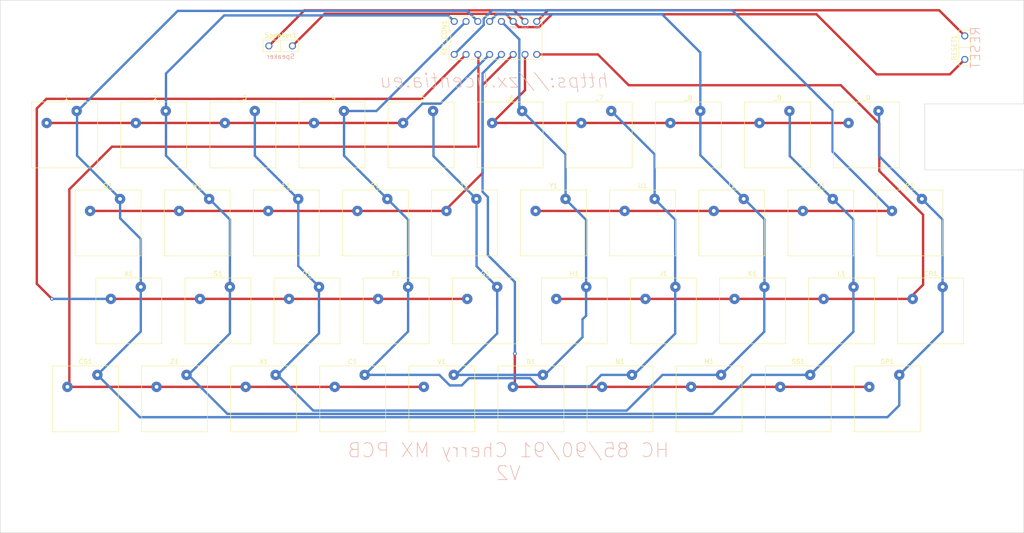
<source format=kicad_pcb>
(kicad_pcb (version 20211014) (generator pcbnew)
  (title_block (title "HC 85,90,91 Cherry MX PCB") (date "2022-04-19") (rev "2") (company "https://zx.licentia.eu") (comment 1 "40 Keys Cherrmy MX PCB"))
  (layers (0 "F.Cu" signal) (31 "B.Cu" signal) (34 "B.Paste" user "B. Paste") (35 "F.Paste" user "F. Paste") (36 "B.SilkS" user "B.Serigrafie") (37 "F.SilkS" user "F.Serigrafie") (38 "B.Mask" user) (39 "F.Mask" user) (44 "Edge.Cuts" user))
  (net 0 "")
  (net 1 "/K_1-CS_SP-0")
  (net 2 "/K_5-V_B_6")
  (net 3 "/K_4-C_N-7")
  (net 4 "/K_Y-P")
  (net 5 "/K_A-G")
  (net 6 "/K_CS-V")
  (net 7 "/K_1-5")
  (net 8 "/K_B_SP")
  (net 9 "/K_Q-T")
  (net 10 "/K_6-0")
  (net 11 "/K_H-CR")
  (net 12 "/K_2-Z_SS-9")
  (net 13 "/K_3-X_M-8")
  (net 14 "/RST")
  (net 15 "/SOUND")
  (net 16 "/GND")
  (footprint "Library:SW_Cherry_MX_0.80u_Plate" (layer "F.Cu") (at 71.377776 99.499998)
    (fp_text reference "X1" (at -2.54 -2.794) (layer "F.SilkS"))
    (fp_text value "SW_Cherry_MX_0.80u_Plate")
    (pad "" np_thru_hole circle (at -2.54 5.08) (size 4 4) (drill 4) (layers *.Cu *.Mask))
    (pad "1" thru_hole circle (at 0 0) (size 2.2 2.2) (drill 0.8) (layers *.Cu *.Mask) (net 13 "/K_3-X_M-8"))
    (pad "2" thru_hole circle (at -6.35 2.54) (size 2.2 2.2) (drill 0.8) (layers *.Cu *.Mask) (net 6 "/K_CS-V"))
  )
  (footprint "Library:SW_Cherry_MX_0.80u_Plate" (layer "F.Cu") (at 203.599992 99.499998)
    (fp_text reference "SP1" (at -2.54 -2.794) (layer "F.SilkS"))
    (fp_text value "SW_Cherry_MX_0.80u_Plate")
    (pad "" np_thru_hole circle (at -2.54 5.08) (size 4 4) (drill 4) (layers *.Cu *.Mask))
    (pad "1" thru_hole circle (at 0 0) (size 2.2 2.2) (drill 0.8) (layers *.Cu *.Mask) (net 1 "/K_1-CS_SP-0"))
    (pad "2" thru_hole circle (at -6.35 2.54) (size 2.2 2.2) (drill 0.8) (layers *.Cu *.Mask) (net 8 "/K_B_SP"))
  )
  (footprint "Library:SW_Cherry_MX_0.80u_Plate" (layer "F.Cu") (at 52.488888 99.499998)
    (fp_text reference "Z1" (at -2.54 -2.794) (layer "F.SilkS"))
    (fp_text value "SW_Cherry_MX_0.80u_Plate")
    (pad "" np_thru_hole circle (at -2.54 5.08) (size 4 4) (drill 4) (layers *.Cu *.Mask))
    (pad "1" thru_hole circle (at 0 0) (size 2.2 2.2) (drill 0.8) (layers *.Cu *.Mask) (net 12 "/K_2-Z_SS-9"))
    (pad "2" thru_hole circle (at -6.35 2.54) (size 2.2 2.2) (drill 0.8) (layers *.Cu *.Mask) (net 6 "/K_CS-V"))
  )
  (footprint "Library:SW_Cherry_MX_0.80u_Plate" (layer "F.Cu") (at 38.4 62.166666)
    (fp_text reference "Q1" (at -2.54 -2.794) (layer "F.SilkS"))
    (fp_text value "SW_Cherry_MX_0.80u_Plate")
    (pad "" np_thru_hole circle (at -2.54 5.08) (size 4 4) (drill 4) (layers *.Cu *.Mask))
    (pad "1" thru_hole circle (at 0 0) (size 2.2 2.2) (drill 0.8) (layers *.Cu *.Mask) (net 1 "/K_1-CS_SP-0"))
    (pad "2" thru_hole circle (at -6.35 2.54) (size 2.2 2.2) (drill 0.8) (layers *.Cu *.Mask) (net 9 "/K_Q-T"))
  )
  (footprint "MountingHole:MountingHole_5mm" (layer "F.Cu") (at 148.5 124.5)
    (fp_text reference "REF**" hide)
    (fp_text value "MountingHole_5mm" hide)
    (pad "" np_thru_hole circle locked (at 0 0) (size 5 5) (drill 5) (layers *.Cu *.Mask))
  )
  (footprint "Library:SW_Cherry_MX_0.80u_Plate" (layer "F.Cu") (at 208.399992 62.166666)
    (fp_text reference "P1" (at -2.54 -2.794) (layer "F.SilkS"))
    (fp_text value "SW_Cherry_MX_0.80u_Plate")
    (pad "" np_thru_hole circle (at -2.54 5.08) (size 4 4) (drill 4) (layers *.Cu *.Mask))
    (pad "1" thru_hole circle (at 0 0) (size 2.2 2.2) (drill 0.8) (layers *.Cu *.Mask) (net 1 "/K_1-CS_SP-0"))
    (pad "2" thru_hole circle (at -6.35 2.54) (size 2.2 2.2) (drill 0.8) (layers *.Cu *.Mask) (net 4 "/K_Y-P"))
  )
  (footprint "Library:SIP-2" (layer "F.Cu") (at 72.45 29.69 180)
    (fp_text reference "Speaker1" (at 0 2.25) (layer "F.SilkS"))
    (fp_text value "Speaker" (at 0 -2.25) (layer "B.SilkS") (effects (justify mirror)))
    (pad "1" thru_hole circle (at -2.5 0 180) (size 1.5 1.5) (drill 1) (layers *.Cu *.Mask) (net 16 "/GND"))
    (pad "2" thru_hole circle (at 2.5 0 180) (size 1.5 1.5) (drill 1) (layers *.Cu *.Mask) (net 15 "/SOUND"))
  )
  (footprint "Library:SW_Cherry_MX_0.80u_Plate" (layer "F.Cu") (at 180.311104 43.5)
    (fp_text reference "_9" (at -2.54 -2.794) (layer "F.SilkS"))
    (fp_text value "SW_Cherry_MX_0.80u_Plate")
    (pad "" np_thru_hole circle (at -2.54 5.08) (size 4 4) (drill 4) (layers *.Cu *.Mask))
    (pad "1" thru_hole circle (at 0 0) (size 2.2 2.2) (drill 0.8) (layers *.Cu *.Mask) (net 12 "/K_2-Z_SS-9"))
    (pad "2" thru_hole circle (at -6.35 2.54) (size 2.2 2.2) (drill 0.8) (layers *.Cu *.Mask) (net 10 "/K_6-0"))
  )
  (footprint "Library:SW_Cherry_MX_0.80u_Plate" (layer "F.Cu") (at 57.288888 62.166666)
    (fp_text reference "W1" (at -2.54 -2.794) (layer "F.SilkS"))
    (fp_text value "SW_Cherry_MX_0.80u_Plate")
    (pad "" np_thru_hole circle (at -2.54 5.08) (size 4 4) (drill 4) (layers *.Cu *.Mask))
    (pad "1" thru_hole circle (at 0 0) (size 2.2 2.2) (drill 0.8) (layers *.Cu *.Mask) (net 12 "/K_2-Z_SS-9"))
    (pad "2" thru_hole circle (at -6.35 2.54) (size 2.2 2.2) (drill 0.8) (layers *.Cu *.Mask) (net 9 "/K_Q-T"))
  )
  (footprint "Library:SW_Cherry_MX_0.80u_Plate" (layer "F.Cu") (at 165.822216 99.499998)
    (fp_text reference "M1" (at -2.54 -2.794) (layer "F.SilkS"))
    (fp_text value "SW_Cherry_MX_0.80u_Plate")
    (pad "" np_thru_hole circle (at -2.54 5.08) (size 4 4) (drill 4) (layers *.Cu *.Mask))
    (pad "1" thru_hole circle (at 0 0) (size 2.2 2.2) (drill 0.8) (layers *.Cu *.Mask) (net 13 "/K_3-X_M-8"))
    (pad "2" thru_hole circle (at -6.35 2.54) (size 2.2 2.2) (drill 0.8) (layers *.Cu *.Mask) (net 8 "/K_B_SP"))
  )
  (footprint "Library:SW_Cherry_MX_0.80u_Plate" (layer "F.Cu") (at 61.688888 80.833332)
    (fp_text reference "S1" (at -2.54 -2.794) (layer "F.SilkS"))
    (fp_text value "SW_Cherry_MX_0.80u_Plate")
    (pad "" np_thru_hole circle (at -2.54 5.08) (size 4 4) (drill 4) (layers *.Cu *.Mask))
    (pad "1" thru_hole circle (at 0 0) (size 2.2 2.2) (drill 0.8) (layers *.Cu *.Mask) (net 12 "/K_2-Z_SS-9"))
    (pad "2" thru_hole circle (at -6.35 2.54) (size 2.2 2.2) (drill 0.8) (layers *.Cu *.Mask) (net 5 "/K_A-G"))
  )
  (footprint "MountingHole:MountingHole_5mm" (layer "F.Cu") (at 88.5 29.5)
    (fp_text reference "REF**" hide)
    (fp_text value "MountingHole_5mm" hide)
    (pad "" np_thru_hole circle locked (at 0 0) (size 5 5) (drill 5) (layers *.Cu *.Mask))
  )
  (footprint "Library:SW_Cherry_MX_0.80u_Plate" (layer "F.Cu") (at 137.24444 80.833332)
    (fp_text reference "H1" (at -2.54 -2.794) (layer "F.SilkS"))
    (fp_text value "SW_Cherry_MX_0.80u_Plate")
    (pad "" np_thru_hole circle (at -2.54 5.08) (size 4 4) (drill 4) (layers *.Cu *.Mask))
    (pad "1" thru_hole circle (at 0 0) (size 2.2 2.2) (drill 0.8) (layers *.Cu *.Mask) (net 2 "/K_5-V_B_6"))
    (pad "2" thru_hole circle (at -6.35 2.54) (size 2.2 2.2) (drill 0.8) (layers *.Cu *.Mask) (net 11 "/K_H-CR"))
  )
  (footprint "Library:SW_Cherry_MX_0.80u_Plate" (layer "F.Cu") (at 199.199992 43.5)
    (fp_text reference "_0" (at -2.54 -2.794) (layer "F.SilkS"))
    (fp_text value "SW_Cherry_MX_0.80u_Plate")
    (pad "" np_thru_hole circle (at -2.54 5.08) (size 4 4) (drill 4) (layers *.Cu *.Mask))
    (pad "1" thru_hole circle (at 0 0) (size 2.2 2.2) (drill 0.8) (layers *.Cu *.Mask) (net 1 "/K_1-CS_SP-0"))
    (pad "2" thru_hole circle (at -6.35 2.54) (size 2.2 2.2) (drill 0.8) (layers *.Cu *.Mask) (net 10 "/K_6-0"))
  )
  (footprint "Library:SW_Cherry_MX_0.80u_Plate" (layer "F.Cu") (at 42.8 80.833332)
    (fp_text reference "A1" (at -2.54 -2.794) (layer "F.SilkS"))
    (fp_text value "SW_Cherry_MX_0.80u_Plate")
    (pad "" np_thru_hole circle (at -2.54 5.08) (size 4 4) (drill 4) (layers *.Cu *.Mask))
    (pad "1" thru_hole circle (at 0 0) (size 2.2 2.2) (drill 0.8) (layers *.Cu *.Mask) (net 1 "/K_1-CS_SP-0"))
    (pad "2" thru_hole circle (at -6.35 2.54) (size 2.2 2.2) (drill 0.8) (layers *.Cu *.Mask) (net 5 "/K_A-G"))
  )
  (footprint "Library:SW_Cherry_MX_0.80u_Plate" (layer "F.Cu") (at 95.066664 62.166666)
    (fp_text reference "R1" (at -2.54 -2.794) (layer "F.SilkS"))
    (fp_text value "SW_Cherry_MX_0.80u_Plate")
    (pad "" np_thru_hole circle (at -2.54 5.08) (size 4 4) (drill 4) (layers *.Cu *.Mask))
    (pad "1" thru_hole circle (at 0 0) (size 2.2 2.2) (drill 0.8) (layers *.Cu *.Mask) (net 3 "/K_4-C_N-7"))
    (pad "2" thru_hole circle (at -6.35 2.54) (size 2.2 2.2) (drill 0.8) (layers *.Cu *.Mask) (net 9 "/K_Q-T"))
  )
  (footprint "Library:SW_Cherry_MX_0.80u_Plate" (layer "F.Cu") (at 80.577776 80.833332)
    (fp_text reference "D1" (at -2.54 -2.794) (layer "F.SilkS"))
    (fp_text value "SW_Cherry_MX_0.80u_Plate")
    (pad "" np_thru_hole circle (at -2.54 5.08) (size 4 4) (drill 4) (layers *.Cu *.Mask))
    (pad "1" thru_hole circle (at 0 0) (size 2.2 2.2) (drill 0.8) (layers *.Cu *.Mask) (net 13 "/K_3-X_M-8"))
    (pad "2" thru_hole circle (at -6.35 2.54) (size 2.2 2.2) (drill 0.8) (layers *.Cu *.Mask) (net 5 "/K_A-G"))
  )
  (footprint "Library:SW_Cherry_MX_0.80u_Plate" (layer "F.Cu") (at 109.155552 99.499998)
    (fp_text reference "V1" (at -2.54 -2.794) (layer "F.SilkS"))
    (fp_text value "SW_Cherry_MX_0.80u_Plate")
    (pad "" np_thru_hole circle (at -2.54 5.08) (size 4 4) (drill 4) (layers *.Cu *.Mask))
    (pad "1" thru_hole circle (at 0 0) (size 2.2 2.2) (drill 0.8) (layers *.Cu *.Mask) (net 2 "/K_5-V_B_6"))
    (pad "2" thru_hole circle (at -6.35 2.54) (size 2.2 2.2) (drill 0.8) (layers *.Cu *.Mask) (net 6 "/K_CS-V"))
  )
  (footprint "Library:SW_Cherry_MX_0.80u_Plate" (layer "F.Cu") (at 118.355552 80.833332)
    (fp_text reference "G1" (at -2.54 -2.794) (layer "F.SilkS"))
    (fp_text value "SW_Cherry_MX_0.80u_Plate")
    (pad "" np_thru_hole circle (at -2.54 5.08) (size 4 4) (drill 4) (layers *.Cu *.Mask))
    (pad "1" thru_hole circle (at 0 0) (size 2.2 2.2) (drill 0.8) (layers *.Cu *.Mask) (net 2 "/K_5-V_B_6"))
    (pad "2" thru_hole circle (at -6.35 2.54) (size 2.2 2.2) (drill 0.8) (layers *.Cu *.Mask) (net 5 "/K_A-G"))
  )
  (footprint "Library:SW_Cherry_MX_0.80u_Plate" (layer "F.Cu") (at 184.711104 99.499998)
    (fp_text reference "SS1" (at -2.54 -2.794) (layer "F.SilkS"))
    (fp_text value "SW_Cherry_MX_0.80u_Plate")
    (pad "" np_thru_hole circle (at -2.54 5.08) (size 4 4) (drill 4) (layers *.Cu *.Mask))
    (pad "1" thru_hole circle (at 0 0) (size 2.2 2.2) (drill 0.8) (layers *.Cu *.Mask) (net 12 "/K_2-Z_SS-9"))
    (pad "2" thru_hole circle (at -6.35 2.54) (size 2.2 2.2) (drill 0.8) (layers *.Cu *.Mask) (net 8 "/K_B_SP"))
  )
  (footprint "Library:SW_Cherry_MX_0.80u_Plate" (layer "F.Cu") (at 66.977776 43.5)
    (fp_text reference "_3" (at -2.54 -2.794) (layer "F.SilkS"))
    (fp_text value "SW_Cherry_MX_0.80u_Plate")
    (pad "" np_thru_hole circle (at -2.54 5.08) (size 4 4) (drill 4) (layers *.Cu *.Mask))
    (pad "1" thru_hole circle (at 0 0) (size 2.2 2.2) (drill 0.8) (layers *.Cu *.Mask) (net 13 "/K_3-X_M-8"))
    (pad "2" thru_hole circle (at -6.35 2.54) (size 2.2 2.2) (drill 0.8) (layers *.Cu *.Mask) (net 7 "/K_1-5"))
  )
  (footprint "MountingHole:MountingHole_5mm" (layer "F.Cu") (at 148.5 29.5)
    (fp_text reference "REF**" hide)
    (fp_text value "MountingHole_5mm" hide)
    (pad "" np_thru_hole circle locked (at 0 0) (size 5 5) (drill 5) (layers *.Cu *.Mask))
  )
  (footprint "MountingHole:MountingHole_4mm" (layer "F.Cu") (at 225 37)
    (fp_text reference "REF**" hide)
    (fp_text value "MountingHole_4mm" hide)
    (pad "" np_thru_hole circle locked (at 0 0) (size 4 4) (drill 4) (layers *.Cu *.Mask))
  )
  (footprint "MountingHole:MountingHole_5mm" (layer "F.Cu") (at 29.5 29.5)
    (fp_text reference "REF**" hide)
    (fp_text value "MountingHole_5mm" hide)
    (pad "" np_thru_hole circle locked (at 0 0) (size 5 5) (drill 5) (layers *.Cu *.Mask))
  )
  (footprint "Library:SW_Cherry_MX_0.80u_Plate" (layer "F.Cu") (at 175.022216 80.833332)
    (fp_text reference "K1" (at -2.54 -2.794) (layer "F.SilkS"))
    (fp_text value "SW_Cherry_MX_0.80u_Plate")
    (pad "" np_thru_hole circle (at -2.54 5.08) (size 4 4) (drill 4) (layers *.Cu *.Mask))
    (pad "1" thru_hole circle (at 0 0) (size 2.2 2.2) (drill 0.8) (layers *.Cu *.Mask) (net 13 "/K_3-X_M-8"))
    (pad "2" thru_hole circle (at -6.35 2.54) (size 2.2 2.2) (drill 0.8) (layers *.Cu *.Mask) (net 11 "/K_H-CR"))
  )
  (footprint "Library:SW_Cherry_MX_0.80u_Plate" (layer "F.Cu") (at 104.755552 43.5)
    (fp_text reference "_5" (at -2.54 -2.794) (layer "F.SilkS"))
    (fp_text value "SW_Cherry_MX_0.80u_Plate")
    (pad "" np_thru_hole circle (at -2.54 5.08) (size 4 4) (drill 4) (layers *.Cu *.Mask))
    (pad "1" thru_hole circle (at 0 0) (size 2.2 2.2) (drill 0.8) (layers *.Cu *.Mask) (net 2 "/K_5-V_B_6"))
    (pad "2" thru_hole circle (at -6.35 2.54) (size 2.2 2.2) (drill 0.8) (layers *.Cu *.Mask) (net 7 "/K_1-5"))
  )
  (footprint "MountingHole:MountingHole_5mm" (layer "F.Cu") (at 88.5 124.5)
    (fp_text reference "REF**" hide)
    (fp_text value "MountingHole_5mm" hide)
    (pad "" np_thru_hole circle locked (at 0 0) (size 5 5) (drill 5) (layers *.Cu *.Mask))
  )
  (footprint "Library:SW_Cherry_MX_0.80u_Plate" (layer "F.Cu") (at 123.64444 43.5)
    (fp_text reference "_6" (at -2.54 -2.794) (layer "F.SilkS"))
    (fp_text value "SW_Cherry_MX_0.80u_Plate")
    (pad "" np_thru_hole circle (at -2.54 5.08) (size 4 4) (drill 4) (layers *.Cu *.Mask))
    (pad "1" thru_hole circle (at 0 0) (size 2.2 2.2) (drill 0.8) (layers *.Cu *.Mask) (net 2 "/K_5-V_B_6"))
    (pad "2" thru_hole circle (at -6.35 2.54) (size 2.2 2.2) (drill 0.8) (layers *.Cu *.Mask) (net 10 "/K_6-0"))
  )
  (footprint "Library:SW_Cherry_MX_0.80u_Plate" (layer "F.Cu") (at 146.933328 99.499998)
    (fp_text reference "N1" (at -2.54 -2.794) (layer "F.SilkS"))
    (fp_text value "SW_Cherry_MX_0.80u_Plate")
    (pad "" np_thru_hole circle (at -2.54 5.08) (size 4 4) (drill 4) (layers *.Cu *.Mask))
    (pad "1" thru_hole circle (at 0 0) (size 2.2 2.2) (drill 0.8) (layers *.Cu *.Mask) (net 3 "/K_4-C_N-7"))
    (pad "2" thru_hole circle (at -6.35 2.54) (size 2.2 2.2) (drill 0.8) (layers *.Cu *.Mask) (net 8 "/K_B_SP"))
  )
  (footprint "Library:SIP-2" (layer "F.Cu") (at 217.49 30.06 -90)
    (fp_text reference "RESET1" (at 0 2.25 90) (layer "F.SilkS"))
    (fp_text value "RESET" (at 0 -2.25 90) (layer "B.SilkS") (effects (font (size 2 2)) (justify mirror)))
    (pad "1" thru_hole circle (at -2.5 0 270) (size 1.5 1.5) (drill 1) (layers *.Cu *.Mask) (net 14 "/RST"))
    (pad "2" thru_hole circle (at 2.5 0 270) (size 1.5 1.5) (drill 1) (layers *.Cu *.Mask) (net 16 "/GND"))
  )
  (footprint "Library:SW_Cherry_MX_0.80u_Plate" (layer "F.Cu") (at 170.622216 62.166666)
    (fp_text reference "I1" (at -2.54 -2.794) (layer "F.SilkS"))
    (fp_text value "SW_Cherry_MX_0.80u_Plate")
    (pad "" np_thru_hole circle (at -2.54 5.08) (size 4 4) (drill 4) (layers *.Cu *.Mask))
    (pad "1" thru_hole circle (at 0 0) (size 2.2 2.2) (drill 0.8) (layers *.Cu *.Mask) (net 13 "/K_3-X_M-8"))
    (pad "2" thru_hole circle (at -6.35 2.54) (size 2.2 2.2) (drill 0.8) (layers *.Cu *.Mask) (net 4 "/K_Y-P"))
  )
  (footprint "MountingHole:MountingHole_4mm" (layer "F.Cu") (at 225 61)
    (fp_text reference "REF**" hide)
    (fp_text value "MountingHole_4mm" hide)
    (pad "" np_thru_hole circle locked (at 0 0) (size 4 4) (drill 4) (layers *.Cu *.Mask))
  )
  (footprint "Library:SW_Cherry_MX_0.80u_Plate" (layer "F.Cu") (at 132.84444 62.166666)
    (fp_text reference "Y1" (at -2.54 -2.794) (layer "F.SilkS"))
    (fp_text value "SW_Cherry_MX_0.80u_Plate")
    (pad "" np_thru_hole circle (at -2.54 5.08) (size 4 4) (drill 4) (layers *.Cu *.Mask))
    (pad "1" thru_hole circle (at 0 0) (size 2.2 2.2) (drill 0.8) (layers *.Cu *.Mask) (net 2 "/K_5-V_B_6"))
    (pad "2" thru_hole circle (at -6.35 2.54) (size 2.2 2.2) (drill 0.8) (layers *.Cu *.Mask) (net 4 "/K_Y-P"))
  )
  (footprint "Library:SW_Cherry_MX_0.80u_Plate" (layer "F.Cu") (at 113.955552 62.166666)
    (fp_text reference "T1" (at -2.54 -2.794) (layer "F.SilkS"))
    (fp_text value "SW_Cherry_MX_0.80u_Plate")
    (pad "" np_thru_hole circle (at -2.54 5.08) (size 4 4) (drill 4) (layers *.Cu *.Mask))
    (pad "1" thru_hole circle (at 0 0) (size 2.2 2.2) (drill 0.8) (layers *.Cu *.Mask) (net 2 "/K_5-V_B_6"))
    (pad "2" thru_hole circle (at -6.35 2.54) (size 2.2 2.2) (drill 0.8) (layers *.Cu *.Mask) (net 9 "/K_Q-T"))
  )
  (footprint "Library:SW_Cherry_MX_0.80u_Plate" (layer "F.Cu") (at 128.04444 99.499998)
    (fp_text reference "B1" (at -2.54 -2.794) (layer "F.SilkS"))
    (fp_text value "SW_Cherry_MX_0.80u_Plate")
    (pad "" np_thru_hole circle (at -2.54 5.08) (size 4 4) (drill 4) (layers *.Cu *.Mask))
    (pad "1" thru_hole circle (at 0 0) (size 2.2 2.2) (drill 0.8) (layers *.Cu *.Mask) (net 2 "/K_5-V_B_6"))
    (pad "2" thru_hole circle (at -6.35 2.54) (size 2.2 2.2) (drill 0.8) (layers *.Cu *.Mask) (net 8 "/K_B_SP"))
  )
  (footprint "Library:SW_Cherry_MX_0.80u_Plate" (layer "F.Cu") (at 29.2 43.5)
    (fp_text reference "_1" (at -2.54 -2.794) (layer "F.SilkS"))
    (fp_text value "SW_Cherry_MX_0.80u_Plate")
    (pad "" np_thru_hole circle (at -2.54 5.08) (size 4 4) (drill 4) (layers *.Cu *.Mask))
    (pad "1" thru_hole circle (at 0 0) (size 2.2 2.2) (drill 0.8) (layers *.Cu *.Mask) (net 1 "/K_1-CS_SP-0"))
    (pad "2" thru_hole circle (at -6.35 2.54) (size 2.2 2.2) (drill 0.8) (layers *.Cu *.Mask) (net 7 "/K_1-5"))
  )
  (footprint "MountingHole:MountingHole_5mm" (layer "F.Cu") (at 207.5 124.5)
    (fp_text reference "REF**" hide)
    (fp_text value "MountingHole_5mm" hide)
    (pad "" np_thru_hole circle locked (at 0 0) (size 5 5) (drill 5) (layers *.Cu *.Mask))
  )
  (footprint "Library:SW_Cherry_MX_0.80u_Plate" (layer "F.Cu") (at 33.6 99.499998)
    (fp_text reference "CS1" (at -2.54 -2.794) (layer "F.SilkS"))
    (fp_text value "SW_Cherry_MX_0.80u_Plate")
    (pad "" np_thru_hole circle (at -2.54 5.08) (size 4 4) (drill 4) (layers *.Cu *.Mask))
    (pad "1" thru_hole circle (at 0 0) (size 2.2 2.2) (drill 0.8) (layers *.Cu *.Mask) (net 1 "/K_1-CS_SP-0"))
    (pad "2" thru_hole circle (at -6.35 2.54) (size 2.2 2.2) (drill 0.8) (layers *.Cu *.Mask) (net 6 "/K_CS-V"))
  )
  (footprint "Library:SW_Cherry_MX_0.80u_Plate" (layer "F.Cu") (at 48.088888 43.5)
    (fp_text reference "_2" (at -2.54 -2.794) (layer "F.SilkS"))
    (fp_text value "SW_Cherry_MX_0.80u_Plate")
    (pad "" np_thru_hole circle (at -2.54 5.08) (size 4 4) (drill 4) (layers *.Cu *.Mask))
    (pad "1" thru_hole circle (at 0 0) (size 2.2 2.2) (drill 0.8) (layers *.Cu *.Mask) (net 12 "/K_2-Z_SS-9"))
    (pad "2" thru_hole circle (at -6.35 2.54) (size 2.2 2.2) (drill 0.8) (layers *.Cu *.Mask) (net 7 "/K_1-5"))
  )
  (footprint "Library:SW_Cherry_MX_0.80u_Plate" (layer "F.Cu") (at 212.799992 80.833332)
    (fp_text reference "CR1" (at -2.54 -2.794) (layer "F.SilkS"))
    (fp_text value "SW_Cherry_MX_0.80u_Plate")
    (pad "" np_thru_hole circle (at -2.54 5.08) (size 4 4) (drill 4) (layers *.Cu *.Mask))
    (pad "1" thru_hole circle (at 0 0) (size 2.2 2.2) (drill 0.8) (layers *.Cu *.Mask) (net 1 "/K_1-CS_SP-0"))
    (pad "2" thru_hole circle (at -6.35 2.54) (size 2.2 2.2) (drill 0.8) (layers *.Cu *.Mask) (net 11 "/K_H-CR"))
  )
  (footprint "Library:SW_Cherry_MX_0.80u_Plate" (layer "F.Cu") (at 161.422216 43.5)
    (fp_text reference "_8" (at -2.54 -2.794) (layer "F.SilkS"))
    (fp_text value "SW_Cherry_MX_0.80u_Plate")
    (pad "" np_thru_hole circle (at -2.54 5.08) (size 4 4) (drill 4) (layers *.Cu *.Mask))
    (pad "1" thru_hole circle (at 0 0) (size 2.2 2.2) (drill 0.8) (layers *.Cu *.Mask) (net 13 "/K_3-X_M-8"))
    (pad "2" thru_hole circle (at -6.35 2.54) (size 2.2 2.2) (drill 0.8) (layers *.Cu *.Mask) (net 10 "/K_6-0"))
  )
  (footprint "Library:SW_Cherry_MX_0.80u_Plate" (layer "F.Cu") (at 151.733328 62.166666)
    (fp_text reference "U1" (at -2.54 -2.794) (layer "F.SilkS"))
    (fp_text value "SW_Cherry_MX_0.80u_Plate")
    (pad "" np_thru_hole circle (at -2.54 5.08) (size 4 4) (drill 4) (layers *.Cu *.Mask))
    (pad "1" thru_hole circle (at 0 0) (size 2.2 2.2) (drill 0.8) (layers *.Cu *.Mask) (net 3 "/K_4-C_N-7"))
    (pad "2" thru_hole circle (at -6.35 2.54) (size 2.2 2.2) (drill 0.8) (layers *.Cu *.Mask) (net 4 "/K_Y-P"))
  )
  (footprint "Library:SW_Cherry_MX_0.80u_Plate" (layer "F.Cu") (at 156.133328 80.833332)
    (fp_text reference "J1" (at -2.54 -2.794) (layer "F.SilkS"))
    (fp_text value "SW_Cherry_MX_0.80u_Plate")
    (pad "" np_thru_hole circle (at -2.54 5.08) (size 4 4) (drill 4) (layers *.Cu *.Mask))
    (pad "1" thru_hole circle (at 0 0) (size 2.2 2.2) (drill 0.8) (layers *.Cu *.Mask) (net 3 "/K_4-C_N-7"))
    (pad "2" thru_hole circle (at -6.35 2.54) (size 2.2 2.2) (drill 0.8) (layers *.Cu *.Mask) (net 11 "/K_H-CR"))
  )
  (footprint "MountingHole:MountingHole_5mm" (layer "F.Cu") (at 29.5 124.5)
    (fp_text reference "REF**" hide)
    (fp_text value "MountingHole_5mm" hide)
    (pad "" np_thru_hole circle locked (at 0 0) (size 5 5) (drill 5) (layers *.Cu *.Mask))
  )
  (footprint "Library:SW_Cherry_MX_0.80u_Plate" (layer "F.Cu") (at 76.177776 62.166666)
    (fp_text reference "E1" (at -2.54 -2.794) (layer "F.SilkS"))
    (fp_text value "SW_Cherry_MX_0.80u_Plate")
    (pad "" np_thru_hole circle (at -2.54 5.08) (size 4 4) (drill 4) (layers *.Cu *.Mask))
    (pad "1" thru_hole circle (at 0 0) (size 2.2 2.2) (drill 0.8) (layers *.Cu *.Mask) (net 13 "/K_3-X_M-8"))
    (pad "2" thru_hole circle (at -6.35 2.54) (size 2.2 2.2) (drill 0.8) (layers *.Cu *.Mask) (net 9 "/K_Q-T"))
  )
  (footprint "Library:SW_Cherry_MX_0.80u_Plate" (layer "F.Cu") (at 142.533328 43.5)
    (fp_text reference "_7" (at -2.54 -2.794) (layer "F.SilkS"))
    (fp_text value "SW_Cherry_MX_0.80u_Plate")
    (pad "" np_thru_hole circle (at -2.54 5.08) (size 4 4) (drill 4) (layers *.Cu *.Mask))
    (pad "1" thru_hole circle (at 0 0) (size 2.2 2.2) (drill 0.8) (layers *.Cu *.Mask) (net 3 "/K_4-C_N-7"))
    (pad "2" thru_hole circle (at -6.35 2.54) (size 2.2 2.2) (drill 0.8) (layers *.Cu *.Mask) (net 10 "/K_6-0"))
  )
  (footprint "Library:SW_Cherry_MX_0.80u_Plate" (layer "F.Cu") (at 85.866664 43.5)
    (fp_text reference "_4" (at -2.54 -2.794) (layer "F.SilkS"))
    (fp_text value "SW_Cherry_MX_0.80u_Plate")
    (pad "" np_thru_hole circle (at -2.54 5.08) (size 4 4) (drill 4) (layers *.Cu *.Mask))
    (pad "1" thru_hole circle (at 0 0) (size 2.2 2.2) (drill 0.8) (layers *.Cu *.Mask) (net 3 "/K_4-C_N-7"))
    (pad "2" thru_hole circle (at -6.35 2.54) (size 2.2 2.2) (drill 0.8) (layers *.Cu *.Mask) (net 7 "/K_1-5"))
  )
  (footprint "MountingHole:MountingHole_5mm" (layer "F.Cu") (at 207.5 29.5)
    (fp_text reference "REF**" hide)
    (fp_text value "MountingHole_5mm" hide)
    (pad "" np_thru_hole circle locked (at 0 0) (size 5 5) (drill 5) (layers *.Cu *.Mask))
  )
  (footprint "Library:DIP-16_276" (layer "F.Cu") (at 118 28)
    (fp_text reference "KEY_CON1" (at -10.85 0 90) (layer "F.SilkS"))
    (fp_text value "Conn_02x08_Counter_Clockwise" hide)
    (pad "1" thru_hole circle (at -8.75 3.5) (size 1.5 1.5) (drill 1) (layers *.Cu *.Mask) (net 4 "/K_Y-P"))
    (pad "2" thru_hole circle (at -6.25 3.5) (size 1.5 1.5) (drill 1) (layers *.Cu *.Mask) (net 5 "/K_A-G"))
    (pad "3" thru_hole circle (at -3.75 3.5) (size 1.5 1.5) (drill 1) (layers *.Cu *.Mask) (net 6 "/K_CS-V"))
    (pad "4" thru_hole circle (at -1.25 3.5) (size 1.5 1.5) (drill 1) (layers *.Cu *.Mask) (net 7 "/K_1-5"))
    (pad "5" thru_hole circle (at 1.25 3.5) (size 1.5 1.5) (drill 1) (layers *.Cu *.Mask) (net 8 "/K_B_SP"))
    (pad "6" thru_hole circle (at 3.75 3.5) (size 1.5 1.5) (drill 1) (layers *.Cu *.Mask) (net 9 "/K_Q-T"))
    (pad "7" thru_hole circle (at 6.25 3.5) (size 1.5 1.5) (drill 1) (layers *.Cu *.Mask) (net 10 "/K_6-0"))
    (pad "8" thru_hole circle (at 8.75 3.5) (size 1.5 1.5) (drill 1) (layers *.Cu *.Mask) (net 11 "/K_H-CR"))
    (pad "9" thru_hole circle (at 8.75 -3.5) (size 1.5 1.5) (drill 1) (layers *.Cu *.Mask) (net 14 "/RST"))
    (pad "10" thru_hole circle (at 6.25 -3.5) (size 1.5 1.5) (drill 1) (layers *.Cu *.Mask) (net 15 "/SOUND"))
    (pad "11" thru_hole circle (at 3.75 -3.5) (size 1.5 1.5) (drill 1) (layers *.Cu *.Mask) (net 16 "/GND"))
    (pad "12" thru_hole circle (at 1.25 -3.5) (size 1.5 1.5) (drill 1) (layers *.Cu *.Mask) (net 2 "/K_5-V_B_6"))
    (pad "13" thru_hole circle (at -1.25 -3.5) (size 1.5 1.5) (drill 1) (layers *.Cu *.Mask) (net 13 "/K_3-X_M-8"))
    (pad "14" thru_hole circle (at -3.75 -3.5) (size 1.5 1.5) (drill 1) (layers *.Cu *.Mask) (net 1 "/K_1-CS_SP-0"))
    (pad "15" thru_hole circle (at -6.25 -3.5) (size 1.5 1.5) (drill 1) (layers *.Cu *.Mask) (net 3 "/K_4-C_N-7"))
    (pad "16" thru_hole circle (at -8.75 -3.5) (size 1.5 1.5) (drill 1) (layers *.Cu *.Mask) (net 12 "/K_2-Z_SS-9"))
  )
  (footprint "Library:SW_Cherry_MX_0.80u_Plate" (layer "F.Cu") (at 90.266664 99.499998)
    (fp_text reference "C1" (at -2.54 -2.794) (layer "F.SilkS"))
    (fp_text value "SW_Cherry_MX_0.80u_Plate")
    (pad "" np_thru_hole circle (at -2.54 5.08) (size 4 4) (drill 4) (layers *.Cu *.Mask))
    (pad "1" thru_hole circle (at 0 0) (size 2.2 2.2) (drill 0.8) (layers *.Cu *.Mask) (net 3 "/K_4-C_N-7"))
    (pad "2" thru_hole circle (at -6.35 2.54) (size 2.2 2.2) (drill 0.8) (layers *.Cu *.Mask) (net 6 "/K_CS-V"))
  )
  (footprint "Library:SW_Cherry_MX_0.80u_Plate" (layer "F.Cu") (at 189.511104 62.166666)
    (fp_text reference "O1" (at -2.54 -2.794) (layer "F.SilkS"))
    (fp_text value "SW_Cherry_MX_0.80u_Plate")
    (pad "" np_thru_hole circle (at -2.54 5.08) (size 4 4) (drill 4) (layers *.Cu *.Mask))
    (pad "1" thru_hole circle (at 0 0) (size 2.2 2.2) (drill 0.8) (layers *.Cu *.Mask) (net 12 "/K_2-Z_SS-9"))
    (pad "2" thru_hole circle (at -6.35 2.54) (size 2.2 2.2) (drill 0.8) (layers *.Cu *.Mask) (net 4 "/K_Y-P"))
  )
  (footprint "Library:SW_Cherry_MX_0.80u_Plate" (layer "F.Cu") (at 193.911104 80.833332)
    (fp_text reference "L1" (at -2.54 -2.794) (layer "F.SilkS"))
    (fp_text value "SW_Cherry_MX_0.80u_Plate")
    (pad "" np_thru_hole circle (at -2.54 5.08) (size 4 4) (drill 4) (layers *.Cu *.Mask))
    (pad "1" thru_hole circle (at 0 0) (size 2.2 2.2) (drill 0.8) (layers *.Cu *.Mask) (net 12 "/K_2-Z_SS-9"))
    (pad "2" thru_hole circle (at -6.35 2.54) (size 2.2 2.2) (drill 0.8) (layers *.Cu *.Mask) (net 11 "/K_H-CR"))
  )
  (footprint "Library:SW_Cherry_MX_0.80u_Plate" (layer "F.Cu") (at 99.466664 80.833332)
    (fp_text reference "F1" (at -2.54 -2.794) (layer "F.SilkS"))
    (fp_text value "SW_Cherry_MX_0.80u_Plate")
    (pad "" np_thru_hole circle (at -2.54 5.08) (size 4 4) (drill 4) (layers *.Cu *.Mask))
    (pad "1" thru_hole circle (at 0 0) (size 2.2 2.2) (drill 0.8) (layers *.Cu *.Mask) (net 3 "/K_4-C_N-7"))
    (pad "2" thru_hole circle (at -6.35 2.54) (size 2.2 2.2) (drill 0.8) (layers *.Cu *.Mask) (net 5 "/K_A-G"))
  )
  (gr_line (start 230 20) (end 230 42) (layer "Edge.Cuts") (width 0.1))
  (gr_line locked (start 13 20) (end 13 133) (layer "Edge.Cuts") (width 0.1))
  (gr_line locked (start 209 42) (end 209 56) (layer "Edge.Cuts") (width 0.1))
  (gr_line locked (start 230 56) (end 230 133) (layer "Edge.Cuts") (width 0.1))
  (gr_line locked (start 209 56) (end 230 56) (layer "Edge.Cuts") (width 0.1))
  (gr_line locked (start 230 20) (end 13 20) (layer "Edge.Cuts") (width 0.1))
  (gr_line locked (start 13 133) (end 230 133) (layer "Edge.Cuts") (width 0.1))
  (gr_line locked (start 230 42) (end 209 42) (layer "Edge.Cuts") (width 0.1))
  (gr_text "RST" (at 126.78 25.84) (layer "B.SilkS") (effects (font (size 0.5 0.5) (thickness 0.075)) (justify mirror)))
  (gr_text "GND" (at 121.79 25.75) (layer "B.SilkS") (effects (font (size 0.5 0.5) (thickness 0.075)) (justify mirror)))
  (gr_text "SND" (at 124.27 25.8) (layer "B.SilkS") (effects (font (size 0.5 0.5) (thickness 0.075)) (justify mirror)))
  (gr_text "HC 85/90/91 Cherry MX PCB\nV2" (at 120.71 117.92) (layer "B.SilkS") (effects (font (size 3 3)) (justify mirror)))
  (gr_text "https://zx.licentia.eu" (at 117.83 37.07) (layer "B.SilkS") (effects (font (size 3 3) (thickness 0.15) italic) (justify mirror)))
  (segment (start 199.32 53.086674) (end 199.32 43.620008) (width 0.5) (layer "B.Cu") (net 1))
  (segment (start 114.25 24.5) (end 112.01 22.26) (width 0.5) (layer "B.Cu") (net 1))
  (segment (start 112.01 22.26) (end 50.633 22.26) (width 0.5) (layer "B.Cu") (net 1))
  (segment (start 42.578561 108.478559) (end 33.6 99.499998) (width 0.5) (layer "B.Cu") (net 1))
  (segment (start 38.412 62.111) (end 38.412 66.263808) (width 0.5) (layer "B.Cu") (net 1))
  (segment (start 203.603 99.503006) (end 203.603 105.971848) (width 0.5) (layer "B.Cu") (net 1))
  (segment (start 203.603 105.971848) (end 201.096289 108.478559) (width 0.5) (layer "B.Cu") (net 1))
  (segment (start 38.412 66.263808) (end 42.791 70.642808) (width 0.5) (layer "B.Cu") (net 1))
  (segment (start 201.096289 108.478559) (end 42.578561 108.478559) (width 0.5) (layer "B.Cu") (net 1))
  (segment (start 203.599992 99.499998) (end 212.776 90.32399) (width 0.5) (layer "B.Cu") (net 1))
  (segment (start 29.284 43.609) (end 29.284 52.983) (width 0.5) (layer "B.Cu") (net 1))
  (segment (start 42.8 90.299998) (end 42.8 80.833332) (width 0.5) (layer "B.Cu") (net 1))
  (segment (start 33.6 99.499998) (end 42.8 90.299998) (width 0.5) (layer "B.Cu") (net 1))
  (segment (start 212.776 90.32399) (end 212.776 66.542674) (width 0.5) (layer "B.Cu") (net 1))
  (segment (start 50.633 22.26) (end 29.284 43.609) (width 0.5) (layer "B.Cu") (net 1))
  (segment (start 199.32 43.620008) (end 199.199992 43.5) (width 0.5) (layer "B.Cu") (net 1))
  (segment (start 212.776 66.542674) (end 199.32 53.086674) (width 0.5) (layer "B.Cu") (net 1))
  (segment (start 29.284 52.983) (end 38.412 62.111) (width 0.5) (layer "B.Cu") (net 1))
  (segment (start 42.8 80.833332) (end 42.8 70.651808) (width 0.5) (layer "B.Cu") (net 1))
  (segment (start 104.853 43.5) (end 104.853 53.087) (width 0.5) (layer "B.Cu") (net 2))
  (segment (start 113.986 76.46378) (end 118.355552 80.833332) (width 0.5) (layer "B.Cu") (net 2))
  (segment (start 136.44444 87.70819) (end 137.203961 86.948669) (width 0.5) (layer "B.Cu") (net 2))
  (segment (start 104.853 53.087) (end 113.986 62.22) (width 0.5) (layer "B.Cu") (net 2))
  (segment (start 118.355552 80.833332) (end 118.355552 90.699998) (width 0.5) (layer "B.Cu") (net 2))
  (segment (start 118.355552 90.699998) (end 109.555552 99.499998) (width 0.5) (layer "B.Cu") (net 2))
  (segment (start 132.853 52.70856) (end 123.050489 42.906049) (width 0.5) (layer "B.Cu") (net 2))
  (segment (start 136.44444 91.499998) (end 136.44444 87.70819) (width 0.5) (layer "B.Cu") (net 2))
  (segment (start 123.050489 42.906049) (end 123.050489 28.300489) (width 0.5) (layer "B.Cu") (net 2))
  (segment (start 132.853 62.255) (end 132.853 52.70856) (width 0.5) (layer "B.Cu") (net 2))
  (segment (start 128.44444 99.499998) (end 136.44444 91.499998) (width 0.5) (layer "B.Cu") (net 2))
  (segment (start 113.986 62.22) (end 113.986 76.46378) (width 0.5) (layer "B.Cu") (net 2))
  (segment (start 137.203961 66.605961) (end 132.853 62.255) (width 0.5) (layer "B.Cu") (net 2))
  (segment (start 137.203961 86.948669) (end 137.203961 66.605961) (width 0.5) (layer "B.Cu") (net 2))
  (segment (start 109.555552 99.499998) (end 128.44444 99.499998) (width 0.5) (layer "B.Cu") (net 2))
  (segment (start 123.050489 28.300489) (end 119.25 24.5) (width 0.5) (layer "B.Cu") (net 2))
  (segment (start 156.092849 90.740477) (end 147.333328 99.499998) (width 0.5) (layer "B.Cu") (net 3))
  (segment (start 151.734 52.7) (end 151.734 62.213) (width 0.5) (layer "B.Cu") (net 3))
  (segment (start 99.466664 90.299998) (end 99.466664 66.566666) (width 0.5) (layer "B.Cu") (net 3))
  (segment (start 125.329518 100.199518) (end 112.360482 100.199518) (width 0.5) (layer "B.Cu") (net 3))
  (segment (start 92.75 43.5) (end 111.75 24.5) (width 0.5) (layer "B.Cu") (net 3))
  (segment (start 99.466664 66.566666) (end 85.884 52.984002) (width 0.5) (layer "B.Cu") (net 3))
  (segment (start 156.092849 66.571849) (end 156.092849 90.740477) (width 0.5) (layer "B.Cu") (net 3))
  (segment (start 138.04 101.91) (end 127.04 101.91) (width 0.5) (layer "B.Cu") (net 3))
  (segment (start 147.333328 99.499998) (end 140.450002 99.499998) (width 0.5) (layer "B.Cu") (net 3))
  (segment (start 85.866664 43.5) (end 92.75 43.5) (width 0.5) (layer "B.Cu") (net 3))
  (segment (start 142.534 43.5) (end 151.734 52.7) (width 0.5) (layer "B.Cu") (net 3))
  (segment (start 112.360482 100.199518) (end 110.82 101.74) (width 0.5) (layer "B.Cu") (net 3))
  (segment (start 85.884 52.984002) (end 85.884 43.517336) (width 0.5) (layer "B.Cu") (net 3))
  (segment (start 90.266664 99.499998) (end 99.466664 90.299998) (width 0.5) (layer "B.Cu") (net 3))
  (segment (start 127.04 101.91) (end 125.329518 100.199518) (width 0.5) (layer "B.Cu") (net 3))
  (segment (start 140.450002 99.499998) (end 138.04 101.91) (width 0.5) (layer "B.Cu") (net 3))
  (segment (start 151.734 62.213) (end 156.092849 66.571849) (width 0.5) (layer "B.Cu") (net 3))
  (segment (start 108.31 101.74) (end 106.069998 99.499998) (width 0.5) (layer "B.Cu") (net 3))
  (segment (start 106.069998 99.499998) (end 90.266664 99.499998) (width 0.5) (layer "B.Cu") (net 3))
  (segment (start 110.82 101.74) (end 108.31 101.74) (width 0.5) (layer "B.Cu") (net 3))
  (segment (start 126.09444 64.706666) (end 201.649992 64.706666) (width 0.5) (layer "F.Cu") (net 4))
  (segment (start 202.049992 64.706666) (end 189.46 52.116674) (width 0.5) (layer "B.Cu") (net 4))
  (segment (start 115.498 23.932) (end 115.498 25.252) (width 0.5) (layer "B.Cu") (net 4))
  (segment (start 115.498 25.252) (end 109.25 31.5) (width 0.5) (layer "B.Cu") (net 4))
  (segment (start 189.46 43.43) (end 168.17 22.14) (width 0.5) (layer "B.Cu") (net 4))
  (segment (start 117.29 22.14) (end 115.498 23.932) (width 0.5) (layer "B.Cu") (net 4))
  (segment (start 189.46 52.116674) (end 189.46 43.43) (width 0.5) (layer "B.Cu") (net 4))
  (segment (start 168.17 22.14) (end 117.29 22.14) (width 0.5) (layer "B.Cu") (net 4))
  (segment (start 111.75 31.5) (end 102.32 40.93) (width 0.5) (layer "F.Cu") (net 5))
  (segment (start 20.754 42.967) (end 20.754 80.174) (width 0.5) (layer "F.Cu") (net 5))
  (segment (start 102.32 40.93) (end 22.791 40.93) (width 0.5) (layer "F.Cu") (net 5))
  (segment (start 20.754 80.174) (end 23.94 83.36) (width 0.5) (layer "F.Cu") (net 5))
  (segment (start 111.205552 83.373332) (end 35.65 83.373332) (width 0.5) (layer "F.Cu") (net 5))
  (segment (start 22.791 40.93) (end 20.754 42.967) (width 0.5) (layer "F.Cu") (net 5))
  (via (at 23.94 83.36) (size 0.8) (drill 0.4) (layers "F.Cu" "B.Cu") (net 5))
  (segment (start 23.94 83.36) (end 23.953332 83.373332) (width 0.5) (layer "B.Cu") (net 5))
  (segment (start 23.953332 83.373332) (end 35.65 83.373332) (width 0.5) (layer "B.Cu") (net 5))
  (segment (start 103.205552 102.039998) (end 27.65 102.039998) (width 0.5) (layer "F.Cu") (net 6))
  (segment (start 114.37 51.03) (end 114.37 31.62) (width 0.5) (layer "F.Cu") (net 6))
  (segment (start 27.65 60.121) (end 36.691479 51.079521) (width 0.5) (layer "F.Cu") (net 6))
  (segment (start 114.320479 51.079521) (end 114.37 51.03) (width 0.5) (layer "F.Cu") (net 6))
  (segment (start 114.37 31.62) (end 114.25 31.5) (width 0.5) (layer "F.Cu") (net 6))
  (segment (start 27.65 102.039998) (end 27.65 60.121) (width 0.5) (layer "F.Cu") (net 6))
  (segment (start 36.691479 51.079521) (end 114.320479 51.079521) (width 0.5) (layer "F.Cu") (net 6))
  (segment (start 98.405552 46.04) (end 22.85 46.04) (width 0.5) (layer "F.Cu") (net 7))
  (segment (start 116.75 31.5) (end 106.299511 41.950489) (width 0.5) (layer "B.Cu") (net 7))
  (segment (start 102.495063 41.950489) (end 98.405552 46.04) (width 0.5) (layer "B.Cu") (net 7))
  (segment (start 106.299511 41.950489) (end 102.495063 41.950489) (width 0.5) (layer "B.Cu") (net 7))
  (segment (start 122.09444 95.00556) (end 122.09444 102.039998) (width 0.5) (layer "F.Cu") (net 8))
  (segment (start 122.09444 102.039998) (end 197.649992 102.039998) (width 0.5) (layer "F.Cu") (net 8))
  (segment (start 122.11 94.99) (end 122.09444 95.00556) (width 0.5) (layer "F.Cu") (net 8))
  (via (at 122.11 94.99) (size 0.8) (drill 0.4) (layers "F.Cu" "B.Cu") (net 8))
  (segment (start 119.25 31.5) (end 115.255 35.495) (width 0.5) (layer "B.Cu") (net 8))
  (segment (start 116.384 74.071) (end 122.11 79.797) (width 0.5) (layer "B.Cu") (net 8))
  (segment (start 116.384 61.773) (end 116.384 74.071) (width 0.5) (layer "B.Cu") (net 8))
  (segment (start 115.255 35.495) (end 115.255 60.644) (width 0.5) (layer "B.Cu") (net 8))
  (segment (start 115.255 60.644) (end 116.384 61.773) (width 0.5) (layer "B.Cu") (net 8))
  (segment (start 122.11 79.797) (end 122.11 94.99) (width 0.5) (layer "B.Cu") (net 8))
  (segment (start 115.255 56.657218) (end 107.205552 64.706666) (width 0.5) (layer "F.Cu") (net 9))
  (segment (start 115.255 37.995) (end 115.255 56.657218) (width 0.5) (layer "F.Cu") (net 9))
  (segment (start 107.205552 64.706666) (end 31.65 64.706666) (width 0.5) (layer "F.Cu") (net 9))
  (segment (start 121.75 31.5) (end 115.255 37.995) (width 0.5) (layer "F.Cu") (net 9))
  (segment (start 117.29444 46.04) (end 193.649992 46.04) (width 0.5) (layer "F.Cu") (net 10))
  (segment (start 124.25 31.5) (end 124.25 39.08444) (width 0.5) (layer "F.Cu") (net 10))
  (segment (start 124.25 39.08444) (end 117.29444 46.04) (width 0.5) (layer "F.Cu") (net 10))
  (segment (start 199.366 56.236) (end 208.65 65.52) (width 0.5) (layer "F.Cu") (net 11))
  (segment (start 199.366 46.196) (end 199.366 56.236) (width 0.5) (layer "F.Cu") (net 11))
  (segment (start 126.75 31.5) (end 139.71 31.5) (width 0.5) (layer "F.Cu") (net 11))
  (segment (start 130.09444 83.373332) (end 205.649992 83.373332) (width 0.5) (layer "F.Cu") (net 11))
  (segment (start 208.65 65.52) (end 208.65 80.373324) (width 0.5) (layer "F.Cu") (net 11))
  (segment (start 146.25 38.04) (end 191.21 38.04) (width 0.5) (layer "F.Cu") (net 11))
  (segment (start 208.65 80.373324) (end 205.649992 83.373332) (width 0.5) (layer "F.Cu") (net 11))
  (segment (start 191.21 38.04) (end 199.366 46.196) (width 0.5) (layer "F.Cu") (net 11))
  (segment (start 139.71 31.5) (end 146.25 38.04) (width 0.5) (layer "F.Cu") (net 11))
  (segment (start 60.47 23.22) (end 107.97 23.22) (width 0.5) (layer "B.Cu") (net 12))
  (segment (start 61.698 66.535) (end 48.141 52.978) (width 0.5) (layer "B.Cu") (net 12))
  (segment (start 48.141 35.549) (end 60.47 23.22) (width 0.5) (layer "B.Cu") (net 12))
  (segment (start 48.141 52.978) (end 48.141 35.549) (width 0.5) (layer "B.Cu") (net 12))
  (segment (start 61.698 90.690886) (end 61.698 66.535) (width 0.5) (layer "B.Cu") (net 12))
  (segment (start 180.388 43.5) (end 180.388 53.06) (width 0.5) (layer "B.Cu") (net 12))
  (segment (start 193.874 66.546) (end 193.874 90.337102) (width 0.5) (layer "B.Cu") (net 12))
  (segment (start 193.874 90.337102) (end 184.711104 99.499998) (width 0.5) (layer "B.Cu") (net 12))
  (segment (start 107.97 23.22) (end 109.25 24.5) (width 0.5) (layer "B.Cu") (net 12))
  (segment (start 164.018033 107.779039) (end 61.167929 107.779039) (width 0.5) (layer "B.Cu") (net 12))
  (segment (start 172.297074 99.499998) (end 164.018033 107.779039) (width 0.5) (layer "B.Cu") (net 12))
  (segment (start 52.888888 99.499998) (end 61.698 90.690886) (width 0.5) (layer "B.Cu") (net 12))
  (segment (start 180.388 53.06) (end 193.874 66.546) (width 0.5) (layer "B.Cu") (net 12))
  (segment (start 61.167929 107.779039) (end 52.888888 99.499998) (width 0.5) (layer "B.Cu") (net 12))
  (segment (start 184.711104 99.499998) (end 172.297074 99.499998) (width 0.5) (layer "B.Cu") (net 12))
  (segment (start 145.828665 107.079519) (end 153.408186 99.499998) (width 0.5) (layer "B.Cu") (net 13))
  (segment (start 80.577 80.782) (end 80.577 90.700774) (width 0.5) (layer "B.Cu") (net 13))
  (segment (start 76.186 76.391) (end 80.577 80.782) (width 0.5) (layer "B.Cu") (net 13))
  (segment (start 153.305 22.971) (end 118.279 22.971) (width 0.5) (layer "B.Cu") (net 13))
  (segment (start 161.422216 52.878216) (end 161.422216 43.5) (width 0.5) (layer "B.Cu") (net 13))
  (segment (start 76.186 62.217) (end 76.186 76.391) (width 0.5) (layer "B.Cu") (net 13))
  (segment (start 118.279 22.971) (end 116.75 24.5) (width 0.5) (layer "B.Cu") (net 13))
  (segment (start 80.577 90.700774) (end 71.777776 99.499998) (width 0.5) (layer "B.Cu") (net 13))
  (segment (start 161.422216 43.5) (end 161.422216 31.088216) (width 0.5) (layer "B.Cu") (net 13))
  (segment (start 165.822216 99.499998) (end 174.981737 90.340477) (width 0.5) (layer "B.Cu") (net 13))
  (segment (start 175.022216 80.833332) (end 175.022216 66.478216) (width 0.5) (layer "B.Cu") (net 13))
  (segment (start 66.977776 53.008776) (end 76.186 62.217) (width 0.5) (layer "B.Cu") (net 13))
  (segment (start 66.977776 43.5) (end 66.977776 53.008776) (width 0.5) (layer "B.Cu") (net 13))
  (segment (start 175.022216 66.478216) (end 161.422216 52.878216) (width 0.5) (layer "B.Cu") (net 13))
  (segment (start 71.777776 99.499998) (end 79.357297 107.079519) (width 0.5) (layer "B.Cu") (net 13))
  (segment (start 153.408186 99.499998) (end 165.822216 99.499998) (width 0.5) (layer "B.Cu") (net 13))
  (segment (start 79.357297 107.079519) (end 145.828665 107.079519) (width 0.5) (layer "B.Cu") (net 13))
  (segment (start 161.422216 31.088216) (end 153.305 22.971) (width 0.5) (layer "B.Cu") (net 13))
  (segment (start 174.981737 90.340477) (end 174.981737 80.873811) (width 0.5) (layer "B.Cu") (net 13))
  (segment (start 217.49 27.56) (end 212.06 22.13) (width 0.5) (layer "F.Cu") (net 14))
  (segment (start 212.06 22.13) (end 129.12 22.13) (width 0.5) (layer "F.Cu") (net 14))
  (segment (start 129.12 22.13) (end 126.75 24.5) (width 0.5) (layer "F.Cu") (net 14))
  (segment (start 124.25 24.5) (end 121.899 22.149) (width 0.5) (layer "F.Cu") (net 15))
  (segment (start 121.899 22.149) (end 77.491 22.149) (width 0.5) (layer "F.Cu") (net 15))
  (segment (start 77.491 22.149) (end 69.95 29.69) (width 0.5) (layer "F.Cu") (net 15))
  (segment (start 127.246855 25.699511) (end 122.949511 25.699511) (width 0.5) (layer "F.Cu") (net 16))
  (segment (start 198.79 35.73) (end 186.037 22.977) (width 0.5) (layer "F.Cu") (net 16))
  (segment (start 81.761 22.879) (end 74.95 29.69) (width 0.5) (layer "F.Cu") (net 16))
  (segment (start 214.32 35.73) (end 198.79 35.73) (width 0.5) (layer "F.Cu") (net 16))
  (segment (start 122.949511 25.699511) (end 121.75 24.5) (width 0.5) (layer "F.Cu") (net 16))
  (segment (start 186.037 22.977) (end 129.969366 22.977) (width 0.5) (layer "F.Cu") (net 16))
  (segment (start 129.969366 22.977) (end 127.246855 25.699511) (width 0.5) (layer "F.Cu") (net 16))
  (segment (start 121.75 24.5) (end 120.129 22.879) (width 0.5) (layer "F.Cu") (net 16))
  (segment (start 120.129 22.879) (end 81.761 22.879) (width 0.5) (layer "F.Cu") (net 16))
  (segment (start 217.49 32.56) (end 214.32 35.73) (width 0.5) (layer "F.Cu") (net 16))
)
</source>
